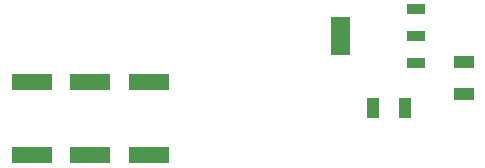
<source format=gbp>
G04*
G04 #@! TF.GenerationSoftware,Altium Limited,Altium Designer,19.1.5 (86)*
G04*
G04 Layer_Color=128*
%FSLAX25Y25*%
%MOIN*%
G70*
G01*
G75*
%ADD18R,0.06693X0.04331*%
%ADD24R,0.04331X0.06693*%
%ADD66R,0.13583X0.05709*%
%ADD67R,0.06300X0.03600*%
G36*
X263550Y170200D02*
X257250D01*
Y182800D01*
X263550D01*
Y170200D01*
D02*
G37*
D18*
X301500Y157185D02*
D03*
Y167815D02*
D03*
D24*
X271185Y152500D02*
D03*
X281815D02*
D03*
D66*
X157500Y136795D02*
D03*
Y161205D02*
D03*
X177000Y136795D02*
D03*
Y161205D02*
D03*
X196500Y136795D02*
D03*
Y161205D02*
D03*
D67*
X285600Y185555D02*
D03*
Y176500D02*
D03*
Y167445D02*
D03*
M02*

</source>
